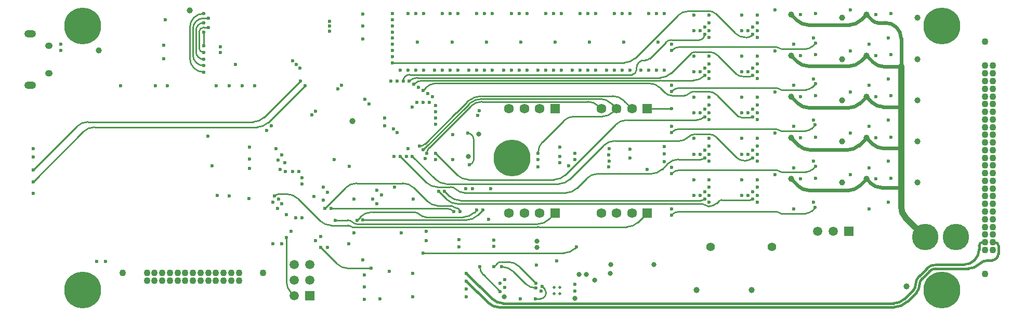
<source format=gbr>
%TF.GenerationSoftware,Altium Limited,Altium Designer,22.4.2 (48)*%
G04 Layer_Physical_Order=3*
G04 Layer_Color=36540*
%FSLAX45Y45*%
%MOMM*%
%TF.SameCoordinates,DD45EC1B-027E-4741-A071-7A00BA1CB46E*%
%TF.FilePolarity,Positive*%
%TF.FileFunction,Copper,L3,Inr,Signal*%
%TF.Part,Single*%
G01*
G75*
%TA.AperFunction,Conductor*%
%ADD11C,0.25400*%
%ADD12C,0.60000*%
%ADD16C,0.38100*%
%TA.AperFunction,ComponentPad*%
%ADD77R,1.50000X1.50000*%
%ADD78C,4.30000*%
%ADD79C,1.10000*%
%ADD80C,1.59000*%
%ADD81R,1.59000X1.59000*%
%ADD82C,1.50000*%
%ADD83O,1.25000X1.05000*%
%ADD84O,1.90000X1.20000*%
%ADD85R,1.50000X1.50000*%
%TA.AperFunction,ViaPad*%
%ADD86C,0.60000*%
%ADD87C,1.00000*%
%ADD88C,0.80000*%
%ADD89C,0.50000*%
%ADD90C,6.00000*%
%ADD91C,1.40000*%
%TA.AperFunction,Conductor*%
%ADD92C,1.00000*%
D11*
X9844790Y1950000D02*
G03*
X10024395Y2024395I0J254000D01*
G01*
X9460000Y1205000D02*
G03*
X9551645Y1296645I0J91645D01*
G01*
Y1310001D02*
G03*
X9528057Y1366946I-80532J0D01*
G01*
X8825000Y1805000D02*
G03*
X8748180Y1773180I0J-108639D01*
G01*
X9014395Y1650605D02*
G03*
X8834790Y1725000I-179605J-179605D01*
G01*
X9114398Y1730605D02*
G03*
X8934793Y1805000I-179605J-179605D01*
G01*
X9214286Y1450714D02*
G03*
X9385002Y1380001I170716J170716D01*
G01*
X6145605Y1774395D02*
G03*
X6325210Y1700000I179605J179605D01*
G01*
X8050000Y2625000D02*
G03*
X7929289Y2675000I-120710J-120710D01*
G01*
X8045857Y2699142D02*
G03*
X8080000Y2685000I34143J34143D01*
G01*
X7615605Y2794395D02*
G03*
X7780413Y2720431I179605J179605D01*
G01*
X6465210Y3085000D02*
G03*
X6285605Y3010605I0J-254000D01*
G01*
X7780413Y2720432D02*
G03*
X7781578Y2720400I1279J25368D01*
G01*
X3975000Y5625000D02*
G03*
X3900000Y5550000I0J-75000D01*
G01*
X3975000Y5700000D02*
G03*
X3850000Y5575000I0J-125000D01*
G01*
X3975000Y5775000D02*
G03*
X3800000Y5600000I0J-175000D01*
G01*
X10409394Y4340605D02*
G03*
X10229789Y4415000I-179605J-179605D01*
G01*
X8505210D02*
G03*
X8325605Y4340605I0J-254000D01*
G01*
X7648891Y3663891D02*
G03*
X7610000Y3570000I93891J-93891D01*
G01*
X10613996Y4386005D02*
G03*
X10434391Y4460400I-179605J-179605D01*
G01*
X10469788Y4175000D02*
G03*
X10649393Y4249395I0J254000D01*
G01*
X10015210Y4175000D02*
G03*
X9835605Y4100605I0J-254000D01*
G01*
X9495000Y3760000D02*
G03*
X9425000Y3591005I168995J-168995D01*
G01*
X8505210Y4460400D02*
G03*
X8312088Y4389789I0J-299400D01*
G01*
X8312085Y4389786D02*
G03*
X8312088Y4389789I-16294J19486D01*
G01*
X8311732Y4389496D02*
G03*
X8312085Y4389786I-15941J19775D01*
G01*
X8311729Y4389494D02*
G03*
X8290605Y4370605I158481J-198494D01*
G01*
X10818598Y4431405D02*
G03*
X10638993Y4505800I-179605J-179605D01*
G01*
X8505210D02*
G03*
X8283221Y4424833I0J-344800D01*
G01*
X8085000Y4230000D02*
G03*
X8089064Y4233269I-13807J21320D01*
G01*
X7490000Y3690000D02*
G03*
X7583891Y3728891I0J132782D01*
G01*
X8150000Y2625000D02*
G03*
X8090000Y2685000I-60000J0D01*
G01*
X8040000Y2705000D02*
G03*
X8002821Y2720400I-37179J-37179D01*
G01*
X7930605Y2824395D02*
G03*
X8110210Y2750000I179605J179605D01*
G01*
X7399395Y3010605D02*
G03*
X7219790Y3085000I-179605J-179605D01*
G01*
X11727782Y3970000D02*
G03*
X11595000Y3915000I0J-187782D01*
G01*
X5209497Y2910000D02*
G03*
X5125000Y2875000I0J-119497D01*
G01*
X2195210Y4000000D02*
G03*
X2015605Y3925605I0J-254000D01*
G01*
X4844789Y4000000D02*
G03*
X5024395Y4074395I0J254000D01*
G01*
X2090210Y4085000D02*
G03*
X1910605Y4010605I0J-254000D01*
G01*
X4779790Y4085000D02*
G03*
X4959395Y4159395I0J254000D01*
G01*
X5509395Y2835605D02*
G03*
X5329790Y2910000I-179605J-179605D01*
G01*
X5870605Y2474395D02*
G03*
X6050210Y2400000I179605J179605D01*
G01*
X6366389Y2385000D02*
G03*
X6330176Y2400000I-36213J-36213D01*
G01*
X6366389Y2385000D02*
G03*
X6391497Y2374600I25108J25108D01*
G01*
X6395000Y2455000D02*
G03*
X6479498Y2420000I84498J84498D01*
G01*
X6395000Y2455000D02*
G03*
X6322573Y2485000I-72427J-72427D01*
G01*
X9414790Y2420000D02*
G03*
X9594395Y2494395I0J254000D01*
G01*
X9414790Y2374600D02*
G03*
X9429543Y2374964I0J299400D01*
G01*
X9430792Y2375000D02*
G03*
X9429543Y2374964I114J-25400D01*
G01*
X10869860Y2375000D02*
G03*
X11049395Y2449395I-70J254000D01*
G01*
X7975605Y2879395D02*
G03*
X8155210Y2805000I179605J179605D01*
G01*
X8090000Y2985000D02*
G03*
X8222782Y2930000I132782J132782D01*
G01*
X8105605Y3219395D02*
G03*
X8285210Y3145000I179605J179605D01*
G01*
X12655502Y3504497D02*
G03*
X12775000Y3455000I119498J119498D01*
G01*
X8090000Y2985000D02*
G03*
X7993432Y3025000I-96568J-96568D01*
G01*
X8204790Y2535000D02*
G03*
X8384395Y2609395I0J254000D01*
G01*
X7495000Y2575000D02*
G03*
X7591568Y2535000I96568J96568D01*
G01*
X6710210Y2615000D02*
G03*
X6530605Y2540605I0J-254000D01*
G01*
X7495000Y2575000D02*
G03*
X7398431Y2615000I-96569J-96569D01*
G01*
X8257090Y2487300D02*
G03*
X8436695Y2561695I0J254000D01*
G01*
X12145000Y2730000D02*
G03*
X12096715Y2750000I-48285J-48285D01*
G01*
X12145000Y2730000D02*
G03*
X12193284Y2710000I48284J48284D01*
G01*
X12210000D02*
G03*
X12329497Y2759497I0J168995D01*
G01*
X12413284Y2815000D02*
G03*
X12365000Y2795000I0J-68284D01*
G01*
X12878786Y2815000D02*
G03*
X12914999Y2830000I0J51214D01*
G01*
X12074644Y2805000D02*
G03*
X12135000Y2830000I0J85356D01*
G01*
X10395210Y3239999D02*
G03*
X10215604Y3165604I0J-254000D01*
G01*
X9874790Y2930000D02*
G03*
X10054395Y3004395I0J254000D01*
G01*
X7600605Y3099395D02*
G03*
X7780210Y3025000I179605J179605D01*
G01*
X11264789Y3239999D02*
G03*
X11444394Y3314394I0J254000D01*
G01*
X11710210Y3475000D02*
G03*
X11530605Y3400605I0J-254000D01*
G01*
X12074644Y3475000D02*
G03*
X12135000Y3500000I0J85356D01*
G01*
X9759789Y3075000D02*
G03*
X9939395Y3149395I0J254000D01*
G01*
X10670210Y3775000D02*
G03*
X10490605Y3700605I0J-254000D01*
G01*
X7750605Y3149395D02*
G03*
X7930210Y3075000I179605J179605D01*
G01*
X11720147Y3775000D02*
G03*
X11865000Y3835000I0J204853D01*
G01*
X11985711Y3885000D02*
G03*
X11865000Y3835000I0J-170711D01*
G01*
X12320962Y3839038D02*
G03*
X12210000Y3885000I-110962J-110962D01*
G01*
X12806358Y3455000D02*
G03*
X12914999Y3500000I0J153640D01*
G01*
X11732782Y3300000D02*
G03*
X11600000Y3245000I0J-187782D01*
G01*
X8475000Y1725000D02*
G03*
X8528031Y1596972I181058J0D01*
G01*
X12002218Y4115000D02*
G03*
X12135000Y4170000I0J187782D01*
G01*
X10865210Y4115000D02*
G03*
X10685605Y4040605I0J-254000D01*
G01*
X9684790Y3145000D02*
G03*
X9864395Y3219395I0J254000D01*
G01*
X11727782Y2625000D02*
G03*
X11595000Y2570000I0J-187782D01*
G01*
X12824998Y5460000D02*
G03*
X12893285Y5488284I0J96570D01*
G01*
X12312427Y5847574D02*
G03*
X12312402Y5847598I-102427J-102427D01*
G01*
D02*
G03*
X12210000Y5890000I-102402J-102452D01*
G01*
X11732782Y4640000D02*
G03*
X11600000Y4585000I0J-187782D01*
G01*
X7543887Y4759600D02*
G03*
X7400000Y4700000I0J-203488D01*
G01*
X7457782Y4805000D02*
G03*
X7325000Y4750000I0J-187782D01*
G01*
X7330000Y4855000D02*
G03*
X7225000Y4750000I0J-105000D01*
G01*
X11732782Y5305000D02*
G03*
X11600000Y5250000I0J-187782D01*
G01*
X12877654Y4154531D02*
G03*
X12914999Y4170000I0J52814D01*
G01*
X12682037Y4177963D02*
G03*
X12738606Y4154531I56569J56569D01*
G01*
X12343640Y4516360D02*
G03*
X12190000Y4580000I-153640J-153640D01*
G01*
X11966568D02*
G03*
X11870000Y4540000I0J-136568D01*
G01*
X11809645Y4515000D02*
G03*
X11870000Y4540000I0J85355D01*
G01*
X11410195Y4639805D02*
G03*
X11230589Y4714200I-179605J-179605D01*
G01*
X7750990D02*
G03*
X7749107Y4714122I114J-25400D01*
G01*
X11489038Y4560962D02*
G03*
X11600000Y4515000I110962J110962D01*
G01*
X7749107Y4714122D02*
G03*
X7590605Y4640605I21103J-253122D01*
G01*
X11425786Y4760000D02*
G03*
X11424537Y4759964I114J-25400D01*
G01*
X11409790Y4759600D02*
G03*
X11424537Y4759964I0J299400D01*
G01*
X11949978Y4760000D02*
G03*
X12129395Y4834395I-188J254000D01*
G01*
X11919269Y5205609D02*
G03*
X11919260Y5205601I19652J-22668D01*
G01*
X11409790Y4805000D02*
G03*
X11589395Y4879395I0J254000D01*
G01*
X11951904Y5219494D02*
G03*
X11920514Y5206632I8094J-64494D01*
G01*
X11920515Y5206631D02*
G03*
X11919269Y5205609I18406J-23690D01*
G01*
X11993639Y5225000D02*
G03*
X11955343Y5220151I0J-153639D01*
G01*
X12346569Y5168431D02*
G03*
X12210000Y5225000I-136569J-136569D01*
G01*
X12644040Y4870960D02*
G03*
X12754998Y4825000I110958J110958D01*
G01*
X12878786D02*
G03*
X12914999Y4840000I0J51214D01*
G01*
X10950000Y4855000D02*
G03*
X11025000Y4930000I0J75000D01*
G01*
X11951904Y5219494D02*
G03*
X11955343Y5220151I-3899J29746D01*
G01*
X11065000Y5055000D02*
G03*
X11025000Y4958432I96568J-96568D01*
G01*
X11149497Y5090000D02*
G03*
X11065000Y5055000I0J-119497D01*
G01*
X11170000Y5090000D02*
G03*
X11238285Y5118284I0J96569D01*
G01*
X11596569Y5420000D02*
G03*
X11500000Y5380000I0J-136569D01*
G01*
X12045000Y5420000D02*
G03*
X12135000Y5510000I0J90000D01*
G01*
X10824790Y5050000D02*
G03*
X11004395Y5124395I0J254000D01*
G01*
X11875210Y5890000D02*
G03*
X11695605Y5815605I0J-254000D01*
G01*
X12625605Y5534395D02*
G03*
X12805211Y5460000I179605J179605D01*
G01*
X8282974Y4424630D02*
G03*
X8283221Y4424833I-15996J19730D01*
G01*
X8282974Y4424630D02*
G03*
X8258988Y4403192I187236J-233630D01*
G01*
X8373328Y3801670D02*
G03*
X8274998Y3900000I-98330J0D01*
G01*
X13785001Y2595000D02*
G03*
X13878891Y2633891I0J132782D01*
G01*
X13350000Y2605000D02*
G03*
X13374142Y2595000I24142J24142D01*
G01*
X13350000Y2605000D02*
G03*
X13301717Y2625000I-48284J-48284D01*
G01*
X13789999Y3270000D02*
G03*
X13883891Y3308891I0J132782D01*
G01*
X13355000Y3280000D02*
G03*
X13379143Y3270000I24142J24142D01*
G01*
X13355000Y3280000D02*
G03*
X13306715Y3300000I-48284J-48284D01*
G01*
X13785001Y3940000D02*
G03*
X13878891Y3978891I0J132782D01*
G01*
X13350000Y3950000D02*
G03*
X13374142Y3940000I24142J24142D01*
G01*
X13350000Y3950000D02*
G03*
X13301717Y3970000I-48284J-48284D01*
G01*
X13789999Y4610000D02*
G03*
X13883891Y4648891I0J132782D01*
G01*
X13355000Y4620000D02*
G03*
X13379143Y4610000I24142J24142D01*
G01*
X13355000Y4620000D02*
G03*
X13306715Y4640000I-48284J-48284D01*
G01*
X13355000Y5285000D02*
G03*
X13306715Y5305000I-48284J-48284D01*
G01*
X13355000Y5285000D02*
G03*
X13379143Y5275000I24142J24142D01*
G01*
X13789999D02*
G03*
X13883891Y5313891I0J132782D01*
G01*
X3900000Y5290000D02*
G03*
X3975000Y5215000I75000J0D01*
G01*
X8300000Y3390000D02*
G03*
X8373328Y3463328I0J73328D01*
G01*
X3850000Y5230000D02*
G03*
X3975000Y5105000I125000J0D01*
G01*
X3800000Y5176252D02*
G03*
X3975000Y5001252I175000J0D01*
G01*
X3750000Y5121248D02*
G03*
X3975000Y4896248I225000J0D01*
G01*
Y5850000D02*
G03*
X3750000Y5625000I0J-225000D01*
G01*
X5325000Y1482210D02*
G03*
X5399395Y1302605I254000J0D01*
G01*
X11049395Y2449395D02*
X11200001Y2600001D01*
X10024395Y2024395D02*
X10050000Y2050000D01*
X9485002Y1410001D02*
X9528057Y1366946D01*
X9551645Y1296645D02*
Y1310001D01*
X8700000Y1725000D02*
X8748180Y1773180D01*
X8825000Y1725000D02*
X8834790D01*
X8825000Y1805000D02*
X8934793D01*
X9014395Y1650605D02*
X9214286Y1450714D01*
X9114398Y1730605D02*
X9385002Y1460001D01*
X9380002Y1205000D02*
Y1205001D01*
Y1205000D02*
X9460000D01*
X6325210Y1700000D02*
X6700000D01*
X5880000Y2040000D02*
X6145605Y1774395D01*
X6118446Y2485000D02*
X6322573D01*
X6050000Y2675000D02*
X7929289D01*
X7780413Y2720431D02*
Y2720432D01*
X5950000Y2675000D02*
X6285605Y3010605D01*
X8040000Y2705000D02*
X8045858Y2699142D01*
X7781578Y2720400D02*
X7781579D01*
X3975000Y5775000D02*
X4050000D01*
X3975000Y5625000D02*
X4050000D01*
X10409394Y4340605D02*
X10449998Y4300002D01*
X8505210Y4415000D02*
X10229789D01*
X7648891Y3663891D02*
X8325605Y4340605D01*
X10649393Y4249395D02*
X10700000Y4300002D01*
X10613996Y4386005D02*
X10700000Y4300002D01*
X10015210Y4175000D02*
X10469788D01*
X9495000Y3760000D02*
X9835605Y4100605D01*
X9425000Y3575000D02*
Y3591005D01*
X8505210Y4460400D02*
X10434391D01*
X7550000Y3630000D02*
X8290605Y4370605D01*
X10818598Y4431405D02*
X10950002Y4300002D01*
X8505210Y4505800D02*
X10638993D01*
X8089064Y4233270D02*
X8258988Y4403192D01*
X8089064Y4233269D02*
X8089064Y4233270D01*
X8085000Y4230000D02*
X8085000D01*
X7583891Y3728891D02*
X8085000Y4230000D01*
X8080000Y2685000D02*
X8090000D01*
X7781579Y2720400D02*
X8002821D01*
X7800000Y2955000D02*
X7930605Y2824395D01*
X7399395Y3010605D02*
X7615605Y2794395D01*
X6465210Y3085000D02*
X7219790D01*
X7550000Y1950000D02*
X9844790D01*
X1200000Y3110000D02*
X2015605Y3925605D01*
X2195210Y4000000D02*
X4844789D01*
X5024395Y4074395D02*
X5625000Y4675000D01*
X1200000Y3300000D02*
X1910605Y4010605D01*
X2090210Y4085000D02*
X4779790D01*
X4959395Y4159395D02*
X5550000Y4750000D01*
X5209497Y2910000D02*
X5329790D01*
X5509395Y2835605D02*
X5870605Y2474395D01*
X6050210Y2400000D02*
X6330176D01*
X6391497Y2374600D02*
X9414790D01*
X6479498Y2420000D02*
X6490000D01*
X9414790Y2420000D01*
X9594395Y2494395D02*
X9699999Y2599999D01*
X9430792Y2375000D02*
X10869860D01*
X9430792D02*
X9430792D01*
X8384395Y2609395D02*
X8425000Y2650000D01*
X8436695Y2561695D02*
X8525000Y2650000D01*
X11199999Y4300001D02*
X11600000D01*
X8110210Y2750000D02*
X12035502D01*
X8222782Y2930000D02*
X9874790D01*
X8155210Y2805000D02*
X12074644D01*
X8285210Y3145000D02*
X9684790D01*
X7930210Y3075000D02*
X9759789D01*
X7900000Y2955000D02*
X7975605Y2879395D01*
X12320962Y3839038D02*
X12655503Y3504497D01*
X7750000Y3575000D02*
X8105605Y3219395D01*
X6710210Y2615000D02*
X7398431D01*
X7591568Y2535000D02*
X8204790D01*
X6570000Y2487300D02*
X8257090D01*
X6475000Y2485000D02*
X6530605Y2540605D01*
X7175000Y3525000D02*
X7600605Y3099395D01*
X7375000Y3525000D02*
X7750605Y3149395D01*
X12035502Y2750000D02*
X12096715D01*
X12193284Y2710000D02*
X12210000D01*
X12329497Y2759497D02*
X12365000Y2795000D01*
X12413284Y2815000D02*
X12878786D01*
X11727782Y2625000D02*
X13301717D01*
X10054395Y3004395D02*
X10215604Y3165604D01*
X7780210Y3025000D02*
X7993432D01*
X10395210Y3239999D02*
X11264789D01*
X11444394Y3314394D02*
X11530605Y3400605D01*
X11710210Y3475000D02*
X12074644D01*
X9939395Y3149395D02*
X10490605Y3700605D01*
X10670210Y3775000D02*
X11720147D01*
X11985711Y3885000D02*
X12210000D01*
X12775000Y3455000D02*
X12806358D01*
X11727782Y3970000D02*
X13301717D01*
X11732782Y3300000D02*
X13306715D01*
X8528031Y1596973D02*
X8800002Y1325001D01*
X10865210Y4115000D02*
X12002218D01*
X9864395Y3219395D02*
X10685605Y4040605D01*
X12312402Y5847598D02*
X12312426Y5847574D01*
X7050000Y5050000D02*
X10824790D01*
X12893285Y5488284D02*
X12914999Y5510000D01*
X12312426Y5847574D02*
X12625605Y5534395D01*
X12738606Y4154531D02*
X12877654D01*
X11966568Y4580000D02*
X12190000D01*
X12343640Y4516360D02*
X12682037Y4177963D01*
X7750990Y4714200D02*
X11230589D01*
X7750990D02*
X7750990D01*
X11410195Y4639805D02*
X11489038Y4560962D01*
X11600000Y4515000D02*
X11809645D01*
X7550000Y4600000D02*
X7590605Y4640605D01*
X7543887Y4759600D02*
X11409790D01*
X11424537Y4759963D02*
Y4759964D01*
X11425787Y4760000D02*
X11949978D01*
X11425786D02*
X11425787D01*
X7457782Y4805000D02*
X11409790D01*
X12129395Y4834395D02*
X12135000Y4840000D01*
X11589395Y4879395D02*
X11890000Y5180000D01*
X11919260Y5205601D02*
X11919269Y5205609D01*
X11890000Y5180000D02*
X11919260Y5205601D01*
X11920514Y5206632D02*
X11920515Y5206631D01*
X11993639Y5225000D02*
X12210000D01*
X12346569Y5168431D02*
X12644040Y4870960D01*
X12754998Y4825000D02*
X12878786D01*
X7330000Y4855000D02*
X10950000D01*
X11732782Y5305000D02*
X13306715D01*
X11025000Y4930000D02*
Y4958432D01*
X11149497Y5090000D02*
X11170000D01*
X11238285Y5118284D02*
X11500000Y5380000D01*
X11596569Y5420000D02*
X12045000D01*
X11004395Y5124395D02*
X11695605Y5815605D01*
X11875210Y5890000D02*
X12210000D01*
X12805211Y5460000D02*
X12824998D01*
X10700000Y4300002D02*
X10750607Y4249395D01*
X11732782Y4640000D02*
X13306715D01*
X13878891Y2633891D02*
X13935001Y2690000D01*
X13374142Y2595000D02*
X13785001D01*
X13883891Y3308891D02*
X13939999Y3365000D01*
X13379143Y3270000D02*
X13789999D01*
X13878891Y3978891D02*
X13935001Y4035000D01*
X13374142Y3940000D02*
X13785001D01*
X13883891Y4648891D02*
X13939999Y4705000D01*
X13379143Y4610000D02*
X13789999D01*
X13379143Y5275000D02*
X13789999D01*
X13883891Y5313891D02*
X13939999Y5370000D01*
X8373328Y3463328D02*
Y3801670D01*
X3750000Y5121248D02*
Y5625000D01*
X3800000Y5176252D02*
Y5600000D01*
X3850000Y5230000D02*
Y5575000D01*
X3900000Y5290000D02*
Y5550000D01*
X3975000Y5330000D02*
Y5550000D01*
X5399395Y1302605D02*
X5451000Y1251000D01*
X5325000Y1482210D02*
Y2200000D01*
D12*
X14494791Y5665000D02*
G03*
X14674396Y5739395I0J254000D01*
G01*
X15335001Y5446000D02*
G03*
X15081000Y5700000I-254000J0D01*
G01*
X14479790Y2970000D02*
G03*
X14659395Y3044395I0J254000D01*
G01*
X14866109Y5738891D02*
G03*
X14960001Y5700000I93892J93892D01*
G01*
X14860605Y4404395D02*
G03*
X15040210Y4330000I179605J179605D01*
G01*
X14875604Y5059395D02*
G03*
X15055209Y4985000I179605J179605D01*
G01*
X14484790Y4315000D02*
G03*
X14664395Y4389395I0J254000D01*
G01*
X13640605Y5739395D02*
G03*
X13820210Y5665000I179605J179605D01*
G01*
X14865605Y3729395D02*
G03*
X15045210Y3655000I179605J179605D01*
G01*
X14494791Y4995000D02*
G03*
X14674396Y5069395I0J254000D01*
G01*
X13665605Y3704395D02*
G03*
X13845210Y3630000I179605J179605D01*
G01*
X14835399Y3089601D02*
G03*
X15015004Y3015206I179605J179605D01*
G01*
X13655682Y3044318D02*
G03*
X13835211Y2970000I179528J179682D01*
G01*
X13640605Y5069395D02*
G03*
X13820210Y4995000I179605J179605D01*
G01*
X14469791Y3630000D02*
G03*
X14649396Y3704395I0J254000D01*
G01*
X13650604Y4389395D02*
G03*
X13830209Y4315000I179605J179605D01*
G01*
X15015004Y3015206D02*
X15335001D01*
X15045210Y3655000D02*
X15335001D01*
X14770000Y5165000D02*
X14875604Y5059395D01*
X14664395Y4389395D02*
X14770000Y4495000D01*
X13544904Y3154606D02*
X13655682Y3044318D01*
X14674396Y5069395D02*
X14770000Y5165000D01*
Y5835000D02*
X14866109Y5738891D01*
X13830209Y4315000D02*
X14484790D01*
X13820210Y4995000D02*
X14494791D01*
X13545000Y5835000D02*
X13640605Y5739395D01*
X14770000Y3825000D02*
X14865605Y3729395D01*
X13845210Y3630000D02*
X14469791D01*
X15055209Y4985000D02*
X15335001D01*
X14770000Y4495000D02*
X14860605Y4404395D01*
X14649396Y3704395D02*
X14770000Y3825000D01*
Y3155000D02*
X14835399Y3089601D01*
X14960001Y5700000D02*
X15081000D01*
X13835211Y2970000D02*
X14479790D01*
X14674396Y5739395D02*
X14770000Y5835000D01*
X15335001Y4985000D02*
Y5446000D01*
X14659395Y3044395D02*
X14770000Y3155000D01*
X13545000Y4495000D02*
X13650604Y4389395D01*
X13545000Y5165000D02*
X13640605Y5069395D01*
X13545000Y3825000D02*
X13665605Y3704395D01*
X15040210Y4330000D02*
X15335001D01*
X13820210Y5665000D02*
X14494791D01*
D16*
X16429790Y1695000D02*
G03*
X16609395Y1769395I0J254000D01*
G01*
X16755708Y1830000D02*
G03*
X16609395Y1769395I0J-206919D01*
G01*
X16810001Y1830000D02*
G03*
X16920000Y1940000I0J110000D01*
G01*
Y2070000D02*
G03*
X16864999Y2125000I-55000J0D01*
G01*
X16353290Y1758500D02*
G03*
X16532895Y1832895I0J254000D01*
G01*
X16664999Y2125000D02*
G03*
X16605000Y2065000I0J-60000D01*
G01*
X16532895Y1832895D02*
G03*
X16605000Y2006972I-174078J174078D01*
G01*
X8672096Y1204395D02*
G03*
X8851701Y1130000I179605J179605D01*
G01*
X15903500Y1758500D02*
G03*
X15750198Y1695000I0J-216801D01*
G01*
X15214040Y1129250D02*
G03*
X15393646Y1203645I0J254000D01*
G01*
X8610096Y1139395D02*
G03*
X8789701Y1065000I179605J179605D01*
G01*
X15903500Y1695000D02*
G03*
X15795099Y1650099I0J-153301D01*
G01*
X15214040Y1065750D02*
G03*
X15438547Y1158744I0J317500D01*
G01*
X15677426Y1532426D02*
G03*
X15635001Y1430000I102425J-102425D01*
G01*
X15632524Y1577327D02*
G03*
X15571500Y1430000I147327J-147327D01*
G01*
X15537206Y1347204D02*
G03*
X15571500Y1430000I-82797J82797D01*
G01*
X15582106Y1302302D02*
G03*
X15635001Y1430000I-127698J127698D01*
G01*
X15903500Y1695000D02*
X16429790D01*
X16755708Y1830000D02*
X16810001D01*
X16920000Y1940000D02*
Y2070000D01*
X16825000Y2125000D02*
X16864999D01*
X15903500Y1758500D02*
X16353290D01*
X16605000Y2006972D02*
Y2065000D01*
X16664999Y2125000D02*
X16700000D01*
X8851701Y1130000D02*
X8925000D01*
X8255000Y1621491D02*
X8672096Y1204395D01*
X8925750Y1129250D02*
X15214040D01*
X8789701Y1065000D02*
X8930000D01*
X8255000Y1494491D02*
X8610096Y1139395D01*
X15438547Y1158744D02*
X15582106Y1302303D01*
X8930750Y1065750D02*
X15214040D01*
X8925000Y1130000D02*
X8925750Y1129250D01*
X8930000Y1065000D02*
X8930750Y1065750D01*
X15677426Y1532425D02*
X15795099Y1650099D01*
X15632524Y1577327D02*
X15750198Y1695000D01*
X15393646Y1203645D02*
X15537206Y1347204D01*
D77*
X14480000Y2300000D02*
D03*
D78*
X15724995Y2210000D02*
D03*
X16225000Y2210000D02*
D03*
D79*
X16700000Y4875000D02*
D03*
X16825000D02*
D03*
X16700000Y4625000D02*
D03*
X16825000D02*
D03*
X16700000Y4375000D02*
D03*
X16825000D02*
D03*
X16700000Y4125000D02*
D03*
X16825000D02*
D03*
X16700000Y3875000D02*
D03*
X16825000D02*
D03*
X16700000Y3625000D02*
D03*
X16825000D02*
D03*
X16700000Y3375000D02*
D03*
X16825000D02*
D03*
X16700000Y3125000D02*
D03*
X16825000D02*
D03*
X16700000Y2875000D02*
D03*
X16825000D02*
D03*
X16700000Y2625000D02*
D03*
X16825000D02*
D03*
X2660000Y1625000D02*
D03*
X4940001Y1625000D02*
D03*
X3050001Y1500001D02*
D03*
X3175000D02*
D03*
X3299998D02*
D03*
X3425002D02*
D03*
X3550001D02*
D03*
X3674999D02*
D03*
X3800003D02*
D03*
X3925001D02*
D03*
X4050000D02*
D03*
X4174998D02*
D03*
X4300002D02*
D03*
X4425000D02*
D03*
X4549998D02*
D03*
X3050002Y1625000D02*
D03*
X3175000D02*
D03*
X3299998D02*
D03*
X3425002D02*
D03*
X3550000D02*
D03*
X3674999D02*
D03*
X3800003D02*
D03*
X3925001D02*
D03*
X4050000D02*
D03*
X4174998D02*
D03*
X4300002D02*
D03*
X4425000D02*
D03*
X4549999D02*
D03*
X16700000Y2500000D02*
D03*
X16825000Y2375000D02*
D03*
Y2500000D02*
D03*
X16700000Y2250000D02*
D03*
X16825000D02*
D03*
X16700000Y2125000D02*
D03*
X16825000D02*
D03*
X16700000Y2375000D02*
D03*
Y2000000D02*
D03*
X16825000D02*
D03*
X16700000Y1610000D02*
D03*
Y5390000D02*
D03*
X16825000Y2750000D02*
D03*
Y3000000D02*
D03*
Y3250000D02*
D03*
Y3500000D02*
D03*
Y3750000D02*
D03*
Y4000000D02*
D03*
Y4250000D02*
D03*
Y4500000D02*
D03*
Y4750000D02*
D03*
Y5000000D02*
D03*
X16700000Y2750000D02*
D03*
Y3000000D02*
D03*
Y3250000D02*
D03*
Y3500000D02*
D03*
Y3750000D02*
D03*
Y4000000D02*
D03*
Y4250000D02*
D03*
Y4500000D02*
D03*
Y4750000D02*
D03*
Y5000000D02*
D03*
D80*
X8949998Y4299999D02*
D03*
X9200000D02*
D03*
X9450002D02*
D03*
X10949999Y2600001D02*
D03*
X10699997D02*
D03*
X10450000D02*
D03*
X10950002Y4300002D02*
D03*
X10700000D02*
D03*
X10449998D02*
D03*
X8949998Y2599999D02*
D03*
X9200000D02*
D03*
X9450002D02*
D03*
D81*
X9699999Y4299999D02*
D03*
X11200001Y2600001D02*
D03*
X11199999Y4300001D02*
D03*
X9699999Y2599999D02*
D03*
D82*
X13972000Y2300000D02*
D03*
X14225999D02*
D03*
X5451000Y1251000D02*
D03*
X5705000Y1505000D02*
D03*
X5451000D02*
D03*
X5705000Y1759000D02*
D03*
X5451000D02*
D03*
D83*
X1450000Y5322500D02*
D03*
Y4877497D02*
D03*
D84*
X1150001Y4682502D02*
D03*
X1150001Y5517501D02*
D03*
D85*
X5705000Y1251000D02*
D03*
D86*
X7380000Y1240491D02*
D03*
Y1621491D02*
D03*
X5990000Y2940000D02*
D03*
X5925858Y2810000D02*
D03*
X10050000Y2050000D02*
D03*
X10020000Y1440000D02*
D03*
Y1330000D02*
D03*
X9727502Y1822502D02*
D03*
X8620000Y2500000D02*
D03*
X8700000Y2160000D02*
D03*
Y2060000D02*
D03*
X9135002Y1199050D02*
D03*
X9380002Y1205001D02*
D03*
X9385002Y1460001D02*
D03*
Y1380001D02*
D03*
X9395000Y1755000D02*
D03*
X9470002Y1330001D02*
D03*
X9485002Y1410001D02*
D03*
X8800002Y1325001D02*
D03*
X8880002Y1390002D02*
D03*
X8800002Y1455001D02*
D03*
X8880002Y1520002D02*
D03*
X8700000Y1725000D02*
D03*
X8825000D02*
D03*
X7600000Y2150000D02*
D03*
Y2300000D02*
D03*
X7195000Y2278661D02*
D03*
X6700000Y1700000D02*
D03*
X5880000Y2040000D02*
D03*
X5990000D02*
D03*
X6118446Y2485000D02*
D03*
X5800000Y2150000D02*
D03*
X5880000Y2220000D02*
D03*
X8130000Y2050000D02*
D03*
Y2170000D02*
D03*
X5475000Y2525000D02*
D03*
X5575000D02*
D03*
X8050000Y2625000D02*
D03*
X6050000Y2675000D02*
D03*
X8650000Y3000000D02*
D03*
X5950000Y2675000D02*
D03*
X5770000Y2870000D02*
D03*
X4050000Y5775000D02*
D03*
X3975000Y5700000D02*
D03*
X4050000Y5625000D02*
D03*
X7300000Y3650000D02*
D03*
X9920000Y3370000D02*
D03*
X11475000Y3687501D02*
D03*
Y3562498D02*
D03*
Y3437499D02*
D03*
X10580000Y3450000D02*
D03*
X10920000Y3500000D02*
D03*
Y3640000D02*
D03*
X10020000Y3570000D02*
D03*
Y3470000D02*
D03*
X3350000Y5750000D02*
D03*
X9425000Y3350000D02*
D03*
X8150000Y2625000D02*
D03*
X2235000Y1815000D02*
D03*
X2375000D02*
D03*
X7550000Y1950000D02*
D03*
X6925000Y4025000D02*
D03*
Y4150000D02*
D03*
X5575000Y3075000D02*
D03*
Y3175000D02*
D03*
X7000000Y1650000D02*
D03*
X6850000Y1200000D02*
D03*
X7375000Y4325000D02*
D03*
X7450000Y4400000D02*
D03*
X7550000D02*
D03*
X7650000D02*
D03*
X4495000Y5025000D02*
D03*
X4180000Y4670000D02*
D03*
X4390000D02*
D03*
X4600000D02*
D03*
X4810000D02*
D03*
X11595000Y3915000D02*
D03*
X12209999Y5570000D02*
D03*
X5925000Y3025000D02*
D03*
X4715000Y2840000D02*
D03*
X4390000Y2875000D02*
D03*
X4200000Y2890000D02*
D03*
X4110000Y3370000D02*
D03*
X4045000Y3850000D02*
D03*
X5125000Y2875000D02*
D03*
X5220000Y3315000D02*
D03*
X5000000Y3950000D02*
D03*
X5075000Y4025000D02*
D03*
X5300000Y3425000D02*
D03*
X5190000Y3465000D02*
D03*
X5525000Y3275000D02*
D03*
X5425000D02*
D03*
X6800000Y2975000D02*
D03*
X6875000Y2900000D02*
D03*
X7390000Y2830000D02*
D03*
X7085000Y3020000D02*
D03*
X5625000Y4675000D02*
D03*
X5550000Y4750000D02*
D03*
X11600000Y4300001D02*
D03*
X8245000Y3000000D02*
D03*
X8350000D02*
D03*
X8425000Y2650000D02*
D03*
X8525000D02*
D03*
X6570000Y2487300D02*
D03*
X6475000Y2485000D02*
D03*
X6420000Y2275000D02*
D03*
X7750000Y4150000D02*
D03*
Y4050000D02*
D03*
Y4250000D02*
D03*
X7900000Y2955000D02*
D03*
X7800000D02*
D03*
X12839998Y2890000D02*
D03*
X11600000Y3245000D02*
D03*
X7175000Y3525000D02*
D03*
X7075000D02*
D03*
X7275000D02*
D03*
X7375000D02*
D03*
X8475000Y1725000D02*
D03*
X15170000Y3170000D02*
D03*
X7992997Y4930001D02*
D03*
X7865997D02*
D03*
X8119997D02*
D03*
X7475000Y4650000D02*
D03*
X7225000Y4750000D02*
D03*
X7125000D02*
D03*
X7178998Y4930001D02*
D03*
X11960059Y5154931D02*
D03*
X12209999Y5155000D02*
D03*
X11959999Y5825000D02*
D03*
X12209999D02*
D03*
Y5700000D02*
D03*
X6800000Y2750000D02*
D03*
X7750000Y3575000D02*
D03*
Y3475000D02*
D03*
X12209999Y3145000D02*
D03*
Y3020000D02*
D03*
X7700000Y4500000D02*
D03*
X7625000Y4550000D02*
D03*
X7550000Y4600000D02*
D03*
X7400000Y4700000D02*
D03*
X7325000Y4750000D02*
D03*
X7750000Y4350000D02*
D03*
X7025000Y4750000D02*
D03*
X7050000Y5050000D02*
D03*
Y5150000D02*
D03*
X7460000Y5385000D02*
D03*
X9140000D02*
D03*
X7050000Y5250000D02*
D03*
X11600000Y4585000D02*
D03*
X7050000Y5350000D02*
D03*
Y5450000D02*
D03*
X11098997Y4930001D02*
D03*
X7050000Y5550000D02*
D03*
Y5650000D02*
D03*
Y5750000D02*
D03*
X1200000Y3510000D02*
D03*
X7559998Y5854998D02*
D03*
X7305998D02*
D03*
X8030000Y3880000D02*
D03*
X8035000Y3470000D02*
D03*
X8985997Y5854998D02*
D03*
X7050000Y5850000D02*
D03*
X12989998Y5570000D02*
D03*
X12989999Y5460000D02*
D03*
X12739998Y5825000D02*
D03*
X11600000Y3345000D02*
D03*
X12989998Y3145000D02*
D03*
X6025000Y5565000D02*
D03*
Y5645000D02*
D03*
Y5725000D02*
D03*
X5545000Y4960000D02*
D03*
X5485000Y5020000D02*
D03*
X5425000Y5080000D02*
D03*
X7865997Y5854998D02*
D03*
X11225997D02*
D03*
X7992997D02*
D03*
X11352997D02*
D03*
Y4930001D02*
D03*
X9545997Y5854998D02*
D03*
X10919997D02*
D03*
X10105997D02*
D03*
X10665997D02*
D03*
X11595000Y2570000D02*
D03*
Y2670000D02*
D03*
Y4015000D02*
D03*
X11600000Y4685000D02*
D03*
X13935001Y2690000D02*
D03*
X13939999Y3365000D02*
D03*
X13935001Y4035000D02*
D03*
X13939999Y4705000D02*
D03*
X11600000Y5250000D02*
D03*
Y5350000D02*
D03*
X14510001Y5240000D02*
D03*
X13939999Y5370000D02*
D03*
X7124491Y3913275D02*
D03*
X7610000Y3570000D02*
D03*
X7550000Y3630000D02*
D03*
X7580000Y3490000D02*
D03*
X8460000Y4270000D02*
D03*
X7490000Y3690000D02*
D03*
X8440000Y4190000D02*
D03*
X5400000Y2300000D02*
D03*
X10575000Y3350000D02*
D03*
Y3550000D02*
D03*
X10580000Y3650000D02*
D03*
X9780000Y3675000D02*
D03*
X9425000Y3575000D02*
D03*
X9775000Y3525000D02*
D03*
X9425000Y3475000D02*
D03*
X9775000Y3425000D02*
D03*
X8255000Y1621491D02*
D03*
Y1494491D02*
D03*
Y1240491D02*
D03*
Y1367491D02*
D03*
X1650000Y5250000D02*
D03*
X3975000Y5215000D02*
D03*
X4250000Y5220000D02*
D03*
Y5305000D02*
D03*
X6725000Y2825000D02*
D03*
X8300000Y3390000D02*
D03*
X8274998Y3900000D02*
D03*
X3325000Y5111249D02*
D03*
Y5331249D02*
D03*
X3975000Y4896248D02*
D03*
Y5105000D02*
D03*
Y5330000D02*
D03*
Y5550000D02*
D03*
Y5001252D02*
D03*
Y5850000D02*
D03*
X5305000Y3280000D02*
D03*
X5325000Y2575000D02*
D03*
Y2200000D02*
D03*
X5250000Y2100000D02*
D03*
X5100000D02*
D03*
X5250000Y2750000D02*
D03*
X5200000Y2825000D02*
D03*
X5175000Y2675000D02*
D03*
X5100000Y2775000D02*
D03*
X6425000Y2825000D02*
D03*
X4725000Y3325000D02*
D03*
Y3480000D02*
D03*
Y3675000D02*
D03*
X3379998Y4675000D02*
D03*
X3190000D02*
D03*
X2620000D02*
D03*
X1200000Y3650000D02*
D03*
Y3300000D02*
D03*
Y3110000D02*
D03*
Y2925000D02*
D03*
X6600000Y4450000D02*
D03*
X6345000Y3360000D02*
D03*
X6100000Y3475000D02*
D03*
X5250000Y3550000D02*
D03*
X5155000Y3650000D02*
D03*
X6160000Y4620000D02*
D03*
X5740000Y4200000D02*
D03*
X6669950Y4380000D02*
D03*
X5800000Y4260000D02*
D03*
X6220000Y4680000D02*
D03*
X7065000Y3975000D02*
D03*
X14924805Y5835195D02*
D03*
X12989998Y5700000D02*
D03*
X15170000Y5850000D02*
D03*
X15130000Y5455000D02*
D03*
X12989998Y5825000D02*
D03*
X14510001Y5910000D02*
D03*
X14814999Y5350000D02*
D03*
X13700000Y5835000D02*
D03*
X13945000Y5850000D02*
D03*
X12210000Y5460000D02*
D03*
X13905000Y5455000D02*
D03*
X13285001Y5910000D02*
D03*
X13590096Y5350394D02*
D03*
X14925000Y5165000D02*
D03*
X12989998Y5030000D02*
D03*
X15170000Y5180000D02*
D03*
X12989999Y4790000D02*
D03*
X15130000Y4785000D02*
D03*
X12989998Y5155000D02*
D03*
Y4900000D02*
D03*
X14814999Y4680000D02*
D03*
X13700000Y5165000D02*
D03*
X12209999Y5030000D02*
D03*
X13945000Y5180000D02*
D03*
X12210000Y4790000D02*
D03*
X13905000Y4785000D02*
D03*
X13285001Y5240000D02*
D03*
X12209999Y4900000D02*
D03*
X13590096Y4680394D02*
D03*
X14925000Y4495000D02*
D03*
X12989998Y4360000D02*
D03*
X15170000Y4510000D02*
D03*
X12989999Y4120000D02*
D03*
X15130000Y4115000D02*
D03*
X12989998Y4485000D02*
D03*
X14510001Y4570000D02*
D03*
X12989998Y4230000D02*
D03*
X14814999Y4010000D02*
D03*
X13700000Y4495000D02*
D03*
X12209999Y4360000D02*
D03*
X13945000Y4510000D02*
D03*
X12210000Y4120000D02*
D03*
X13905000Y4115000D02*
D03*
X12209999Y4485000D02*
D03*
X13285001Y4570000D02*
D03*
X12209999Y4230000D02*
D03*
X13590096Y4010394D02*
D03*
X14925000Y3825000D02*
D03*
X12989998Y3690000D02*
D03*
X15170000Y3840000D02*
D03*
X12989999Y3450000D02*
D03*
X15130000Y3445000D02*
D03*
X12989998Y3815000D02*
D03*
X14510001Y3900000D02*
D03*
X12989998Y3560000D02*
D03*
X14814999Y3340000D02*
D03*
X13700000Y3825000D02*
D03*
X12209999Y3690000D02*
D03*
X13945000Y3840000D02*
D03*
X12210000Y3450000D02*
D03*
X13905000Y3445000D02*
D03*
X12209999Y3815000D02*
D03*
X13285001Y3900000D02*
D03*
X12209999Y3560000D02*
D03*
X13589999Y3340000D02*
D03*
X6590000Y1395000D02*
D03*
X6590000Y1190000D02*
D03*
X6590000Y1595000D02*
D03*
X6565000Y5844999D02*
D03*
Y5645000D02*
D03*
Y5440000D02*
D03*
Y1835001D02*
D03*
X6340000Y2100000D02*
D03*
X11479997Y4930001D02*
D03*
X8858997D02*
D03*
X8985997D02*
D03*
X8425997D02*
D03*
X8552997D02*
D03*
X8679997D02*
D03*
X10538997D02*
D03*
X9112997Y5854998D02*
D03*
X10232997D02*
D03*
X10359997D02*
D03*
X8679997D02*
D03*
X11225997Y4930001D02*
D03*
X11479997Y5854998D02*
D03*
X11379999Y5385000D02*
D03*
X10665997Y4930001D02*
D03*
X10919997D02*
D03*
X10792997Y5854998D02*
D03*
X10819999Y5385000D02*
D03*
X10792997Y4930001D02*
D03*
X10105997D02*
D03*
X10359997D02*
D03*
X9978997D02*
D03*
X10260000Y5385000D02*
D03*
X10232997Y4930001D02*
D03*
X9545997D02*
D03*
X9799997D02*
D03*
X9672997Y5854998D02*
D03*
X9799997D02*
D03*
X9418997Y4930001D02*
D03*
X9700000Y5385000D02*
D03*
X9672997Y4930001D02*
D03*
X9239997D02*
D03*
Y5854998D02*
D03*
X9112997Y4930001D02*
D03*
X8552997Y5854998D02*
D03*
X8298997Y4930001D02*
D03*
X8580000Y5385000D02*
D03*
X8425997Y5854998D02*
D03*
X8119997D02*
D03*
X7738997Y4930001D02*
D03*
X8020000Y5385000D02*
D03*
X11200001Y3312501D02*
D03*
X7432998Y5854998D02*
D03*
X1650000Y5350000D02*
D03*
X14925000Y3155000D02*
D03*
X7432998Y4930001D02*
D03*
X7559998D02*
D03*
X7305998D02*
D03*
X13589925Y2670135D02*
D03*
X12739998Y3145000D02*
D03*
X12059999Y2890000D02*
D03*
X12209999D02*
D03*
X12210000Y2780000D02*
D03*
X11959999Y2890000D02*
D03*
X12135000Y2830000D02*
D03*
X11959999Y3145000D02*
D03*
X12134999Y2950000D02*
D03*
X12989998Y3020000D02*
D03*
Y2890000D02*
D03*
X12989999Y2780000D02*
D03*
X12739998Y2890000D02*
D03*
X12914999Y2830000D02*
D03*
X12914998Y2950000D02*
D03*
X12059999Y3560000D02*
D03*
X11959999D02*
D03*
X12135000Y3500000D02*
D03*
X11959999Y3815000D02*
D03*
X12134999Y3620000D02*
D03*
X12839998Y3560000D02*
D03*
X12739998D02*
D03*
X12914999Y3500000D02*
D03*
X12739998Y3815000D02*
D03*
X12914998Y3620000D02*
D03*
X12059999Y4230000D02*
D03*
X11959999D02*
D03*
X12135000Y4170000D02*
D03*
X11959999Y4485000D02*
D03*
X12134999Y4290000D02*
D03*
X12839998Y4230000D02*
D03*
X12739998D02*
D03*
X12914999Y4170000D02*
D03*
X12739998Y4485000D02*
D03*
X12914998Y4290000D02*
D03*
X12059999Y4900000D02*
D03*
X11959999D02*
D03*
X12135000Y4840000D02*
D03*
X12134999Y4960000D02*
D03*
X12839998Y4900000D02*
D03*
X12739998D02*
D03*
X12914999Y4840000D02*
D03*
X12739998Y5155000D02*
D03*
X12914998Y4960000D02*
D03*
X12059999Y5570000D02*
D03*
X11959999D02*
D03*
X12135000Y5510000D02*
D03*
X12134999Y5630000D02*
D03*
X12914999Y5510000D02*
D03*
X12914998Y5630000D02*
D03*
X12839998Y5570000D02*
D03*
X12739998D02*
D03*
X13285001Y3230000D02*
D03*
X13905000Y2775000D02*
D03*
X13945000Y3170000D02*
D03*
X13700000Y3155000D02*
D03*
X14814999Y2670000D02*
D03*
X14510001Y3230000D02*
D03*
X15130000Y2775000D02*
D03*
D87*
X14770000Y3155000D02*
D03*
X13544904Y3154606D02*
D03*
X13545000Y3825000D02*
D03*
X14770000D02*
D03*
X13545000Y4495000D02*
D03*
X14770000D02*
D03*
X13545000Y5165000D02*
D03*
X14770000D02*
D03*
X13545000Y5835000D02*
D03*
X14770000D02*
D03*
X6395000Y4100000D02*
D03*
X12900000Y1349999D02*
D03*
X11999999Y1350000D02*
D03*
X15420000Y1410000D02*
D03*
X15600000Y5780000D02*
D03*
X14375000D02*
D03*
X15600000Y5110000D02*
D03*
X14375000D02*
D03*
X15600000Y4440000D02*
D03*
X14375000D02*
D03*
X15600000Y3770000D02*
D03*
X14375000D02*
D03*
X3750000Y5900000D02*
D03*
X2265000Y5250000D02*
D03*
X14375000Y3100000D02*
D03*
X15600000D02*
D03*
D88*
X9400000Y2040000D02*
D03*
Y2140000D02*
D03*
X10210000Y1600000D02*
D03*
X10090000D02*
D03*
X10025002Y1210001D02*
D03*
X8870002Y1235001D02*
D03*
X10345000Y1510000D02*
D03*
X8455000Y3890000D02*
D03*
X10610000Y1765000D02*
D03*
X10600000Y1615000D02*
D03*
X11310000Y1760000D02*
D03*
X8290403Y3525002D02*
D03*
D89*
X9680002Y1385001D02*
D03*
X9780002D02*
D03*
X9680002Y1285001D02*
D03*
X9780002D02*
D03*
D90*
X16000000Y5650000D02*
D03*
X9000000Y3500000D02*
D03*
X16000000Y1350000D02*
D03*
X2000000Y5650000D02*
D03*
Y1350000D02*
D03*
D91*
X13230000Y2050000D02*
D03*
X12230000D02*
D03*
D92*
X15335001Y2705206D02*
G03*
X15409395Y2525601I254000J0D01*
G01*
X15724995Y2210000D01*
X15335001Y2705206D02*
Y3015206D01*
Y3655000D02*
Y4330000D01*
Y4985000D01*
Y3015206D02*
Y3655000D01*
%TF.MD5,0481a62fb2706e72923102cf4e7b34eb*%
M02*

</source>
